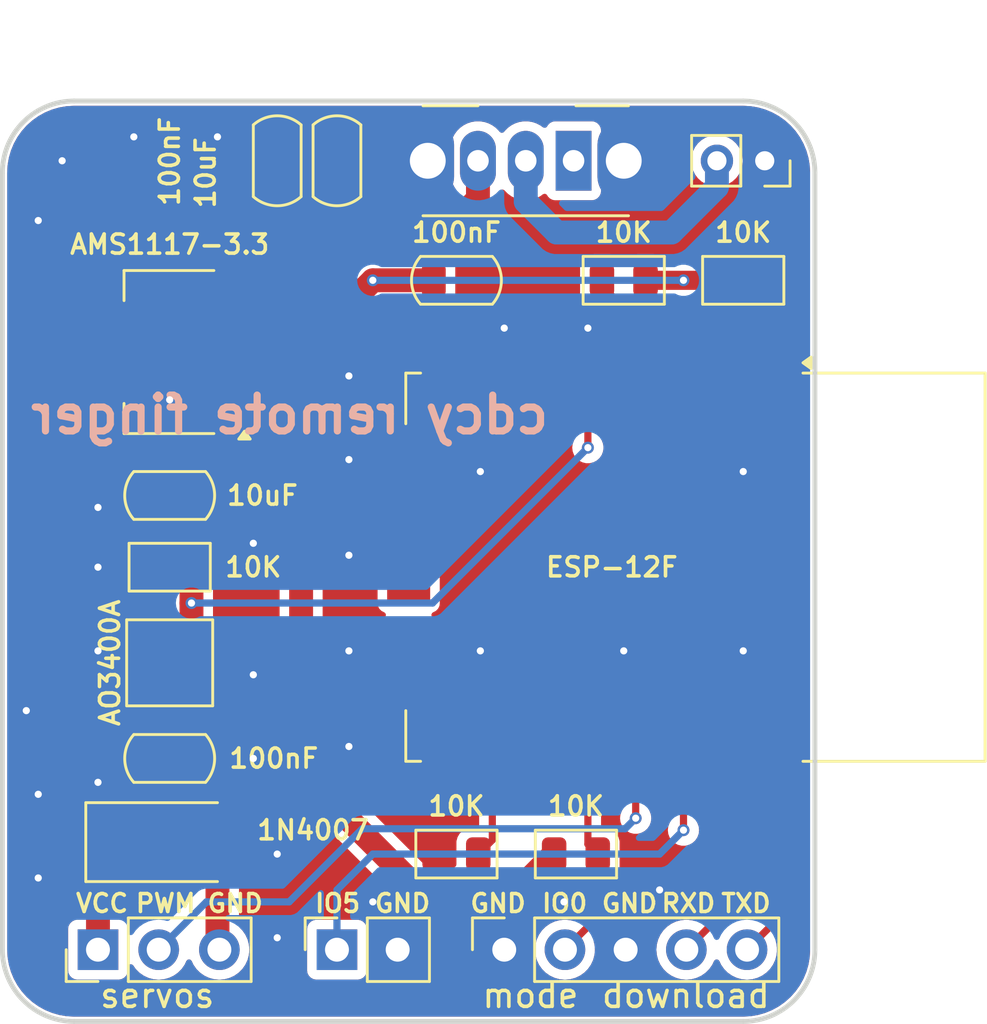
<source format=kicad_pcb>
(kicad_pcb (version 20240108) (generator "pcbnew") (generator_version "8.0")
  (layers (0 "F.Cu" signal) (31 "B.Cu" signal) (34 "B.Paste" user) (35 "F.Paste" user) (36 "B.SilkS" user "B.Silkscreen") (37 "F.SilkS" user "F.Silkscreen") (38 "B.Mask" user) (39 "F.Mask" user) (44 "Edge.Cuts" user))
  (net 0 "")
  (net 1 "VBUS")
  (net 2 "GND")
  (net 3 "+3.3V")
  (net 4 "Net-(D1-A)")
  (net 5 "+BATT")
  (net 6 "/GPIO4")
  (net 7 "/RXD")
  (net 8 "/TXD")
  (net 9 "/GPIO0")
  (net 10 "/GPIO5")
  (net 11 "/SERVOS_EN")
  (net 12 "/#RST")
  (net 13 "/EN")
  (net 14 "Net-(U2-GPIO15)")
  (footprint "PCM_Capacitor_SMD_AKL:C_0805_2012Metric" (layer "F.Cu") (at 90 88 180)
    (property "Reference" "C6" (hide yes))
    (property "Value" "100nF" (at 0 2 360) (layer "F.SilkS") (effects (font (size 0.8 0.8))))
    (fp_line (start 1.5 -1) (end -1.5 -1) (stroke (width 0.12)) (layer "F.SilkS"))
    (fp_line (start -1.5 1) (end 1.5 1) (stroke (width 0.12)) (layer "F.SilkS"))
    (fp_arc (start 1.5 -1) (mid 1.880894 0) (end 1.5 1) (stroke (width 0.12)) (layer "F.SilkS"))
    (fp_arc (start -1.5 1) (mid -1.880894 0) (end -1.5 -1) (stroke (width 0.12)) (layer "F.SilkS"))
    (pad "1" smd roundrect (at -0.95 0 180) (size 1 1.45) (layers "F.Cu" "F.Paste" "F.Mask") (net 2 "GND"))
    (pad "2" smd roundrect (at 0.95 0 180) (size 1 1.45) (layers "F.Cu" "F.Paste" "F.Mask") (net 3 "+3.3V"))
  )
  (footprint "PCM_Resistor_SMD_AKL:R_0805_2012Metric" (layer "F.Cu") (at 90 112 180)
    (property "Reference" "R6" (hide yes))
    (property "Value" "10K" (at 0 2 360) (layer "F.SilkS") (effects (font (size 0.8 0.8))))
    (fp_line (start 1.7 1) (end 1.7 -1) (stroke (width 0.12)) (layer "F.SilkS"))
    (fp_line (start 1.7 -1) (end -1.7 -1) (stroke (width 0.12)) (layer "F.SilkS"))
    (fp_line (start -1.7 1) (end 1.7 1) (stroke (width 0.12)) (layer "F.SilkS"))
    (fp_line (start -1.7 -1) (end -1.7 1) (stroke (width 0.12)) (layer "F.SilkS"))
    (pad "1" smd roundrect (at -0.9125 0 180) (size 1.025 1.4) (layers "F.Cu" "F.Paste" "F.Mask") (roundrect_rratio 0.243902) (net 14 "Net-(U2-GPIO15)"))
    (pad "2" smd roundrect (at 0.9125 0 180) (size 1.025 1.4) (layers "F.Cu" "F.Paste" "F.Mask") (roundrect_rratio 0.243902) (net 2 "GND"))
  )
  (footprint "PCM_Capacitor_SMD_AKL:C_0805_2012Metric" (layer "F.Cu") (at 85 83 -90)
    (property "Reference" "C1" (hide yes))
    (property "Value" "10uF" (at 0.5 5.5 -90) (layer "F.SilkS") (effects (font (size 0.8 0.8))))
    (fp_line (start -1.5 1) (end 1.5 1) (stroke (width 0.12)) (layer "F.SilkS"))
    (fp_line (start 1.5 -1) (end -1.5 -1) (stroke (width 0.12)) (layer "F.SilkS"))
    (fp_arc (start -1.5 1) (mid -1.880894 0) (end -1.5 -1) (stroke (width 0.12)) (layer "F.SilkS"))
    (fp_arc (start 1.5 -1) (mid 1.880894 0) (end 1.5 1) (stroke (width 0.12)) (layer "F.SilkS"))
    (pad "1" smd roundrect (at -0.95 0 270) (size 1 1.45) (layers "F.Cu" "F.Paste" "F.Mask") (net 2 "GND"))
    (pad "2" smd roundrect (at 0.95 0 270) (size 1 1.45) (layers "F.Cu" "F.Paste" "F.Mask") (net 1 "VBUS"))
  )
  (footprint "PCM_Resistor_SMD_AKL:R_0805_2012Metric" (layer "F.Cu") (at 102 88)
    (property "Reference" "R2" (hide yes))
    (property "Value" "10K" (at 0 -2 360) (layer "F.SilkS") (effects (font (size 0.8 0.8))))
    (fp_line (start -1.7 -1) (end -1.7 1) (stroke (width 0.12)) (layer "F.SilkS"))
    (fp_line (start -1.7 1) (end 1.7 1) (stroke (width 0.12)) (layer "F.SilkS"))
    (fp_line (start 1.7 -1) (end -1.7 -1) (stroke (width 0.12)) (layer "F.SilkS"))
    (fp_line (start 1.7 1) (end 1.7 -1) (stroke (width 0.12)) (layer "F.SilkS"))
    (pad "1" smd roundrect (at -0.9125 0) (size 1.025 1.4) (layers "F.Cu" "F.Paste" "F.Mask") (roundrect_rratio 0.243902) (net 3 "+3.3V"))
    (pad "2" smd roundrect (at 0.9125 0) (size 1.025 1.4) (layers "F.Cu" "F.Paste" "F.Mask") (roundrect_rratio 0.243902) (net 12 "/#RST"))
  )
  (footprint "Connector_PinHeader_2.54mm:PinHeader_1x03_P2.54mm_Vertical" (layer "F.Cu") (at 75 116 90)
    (property "Reference" "J2" (hide yes))
    (property "Value" "PINHD_1x3_Male" (hide yes))
    (fp_line (start -1.33 -1.33) (end 0 -1.33) (stroke (width 0.12)) (layer "F.SilkS"))
    (fp_line (start -1.33 0) (end -1.33 -1.33) (stroke (width 0.12)) (layer "F.SilkS"))
    (fp_line (start 1.33 1.27) (end 1.33 6.41) (stroke (width 0.12)) (layer "F.SilkS"))
    (fp_line (start -1.33 1.27) (end 1.33 1.27) (stroke (width 0.12)) (layer "F.SilkS"))
    (fp_line (start -1.33 1.27) (end -1.33 6.41) (stroke (width 0.12)) (layer "F.SilkS"))
    (fp_line (start -1.33 6.41) (end 1.33 6.41) (stroke (width 0.12)) (layer "F.SilkS"))
    (pad "1" thru_hole rect (at 0 0 90) (size 1.7 1.7) (drill 1) (layers "*.Cu" "*.Mask") (net 1 "VBUS"))
    (pad "2" thru_hole oval (at 0 2.54 90) (size 1.7 1.7) (drill 1) (layers "*.Cu" "*.Mask") (net 6 "/GPIO4"))
    (pad "3" thru_hole oval (at 0 5.08 90) (size 1.7 1.7) (drill 1) (layers "*.Cu" "*.Mask") (net 4 "Net-(D1-A)"))
  )
  (footprint "PCM_Capacitor_SMD_AKL:C_0805_2012Metric" (layer "F.Cu") (at 78 108 180)
    (property "Reference" "C7" (hide yes))
    (property "Value" "100nF" (at -4.357143 0 360) (layer "F.SilkS") (effects (font (size 0.8 0.8))))
    (fp_line (start 1.5 -1) (end -1.5 -1) (stroke (width 0.12)) (layer "F.SilkS"))
    (fp_line (start -1.5 1) (end 1.5 1) (stroke (width 0.12)) (layer "F.SilkS"))
    (fp_arc (start 1.5 -1) (mid 1.880894 0) (end 1.5 1) (stroke (width 0.12)) (layer "F.SilkS"))
    (fp_arc (start -1.5 1) (mid -1.880894 0) (end -1.5 -1) (stroke (width 0.12)) (layer "F.SilkS"))
    (pad "1" smd roundrect (at -0.95 0 180) (size 1 1.45) (layers "F.Cu" "F.Paste" "F.Mask") (net 4 "Net-(D1-A)"))
    (pad "2" smd roundrect (at 0.95 0 180) (size 1 1.45) (layers "F.Cu" "F.Paste" "F.Mask") (net 1 "VBUS"))
  )
  (footprint "PCM_Resistor_SMD_AKL:R_0805_2012Metric" (layer "F.Cu") (at 78 100)
    (property "Reference" "R5" (hide yes))
    (property "Value" "10K" (at 3.5 0 0) (layer "F.SilkS") (effects (font (size 0.8 0.8))))
    (fp_line (start -1.7 -1) (end -1.7 1) (stroke (width 0.12)) (layer "F.SilkS"))
    (fp_line (start -1.7 1) (end 1.7 1) (stroke (width 0.12)) (layer "F.SilkS"))
    (fp_line (start 1.7 -1) (end -1.7 -1) (stroke (width 0.12)) (layer "F.SilkS"))
    (fp_line (start 1.7 1) (end 1.7 -1) (stroke (width 0.12)) (layer "F.SilkS"))
    (pad "1" smd roundrect (at -0.9125 0) (size 1.025 1.4) (layers "F.Cu" "F.Paste" "F.Mask") (roundrect_rratio 0.243902) (net 2 "GND"))
    (pad "2" smd roundrect (at 0.9125 0) (size 1.025 1.4) (layers "F.Cu" "F.Paste" "F.Mask") (roundrect_rratio 0.243902) (net 11 "/SERVOS_EN"))
  )
  (footprint "PCM_Capacitor_SMD_AKL:C_0805_2012Metric" (layer "F.Cu") (at 78 97 180)
    (property "Reference" "C3" (hide yes))
    (property "Value" "10uF" (at -3.880952 0 360) (layer "F.SilkS") (effects (font (size 0.8 0.8))))
    (fp_line (start 1.5 -1) (end -1.5 -1) (stroke (width 0.12)) (layer "F.SilkS"))
    (fp_line (start -1.5 1) (end 1.5 1) (stroke (width 0.12)) (layer "F.SilkS"))
    (fp_arc (start 1.5 -1) (mid 1.880894 0) (end 1.5 1) (stroke (width 0.12)) (layer "F.SilkS"))
    (fp_arc (start -1.5 1) (mid -1.880894 0) (end -1.5 -1) (stroke (width 0.12)) (layer "F.SilkS"))
    (pad "1" smd roundrect (at -0.95 0 180) (size 1 1.45) (layers "F.Cu" "F.Paste" "F.Mask") (net 2 "GND"))
    (pad "2" smd roundrect (at 0.95 0 180) (size 1 1.45) (layers "F.Cu" "F.Paste" "F.Mask") (net 3 "+3.3V"))
  )
  (footprint "PCM_Resistor_SMD_AKL:R_0805_2012Metric" (layer "F.Cu") (at 97 88 180)
    (property "Reference" "R4" (hide yes))
    (property "Value" "10K" (at 0 2 360) (layer "F.SilkS") (effects (font (size 0.8 0.8))))
    (fp_line (start 1.7 1) (end 1.7 -1) (stroke (width 0.12)) (layer "F.SilkS"))
    (fp_line (start 1.7 -1) (end -1.7 -1) (stroke (width 0.12)) (layer "F.SilkS"))
    (fp_line (start -1.7 1) (end 1.7 1) (stroke (width 0.12)) (layer "F.SilkS"))
    (fp_line (start -1.7 -1) (end -1.7 1) (stroke (width 0.12)) (layer "F.SilkS"))
    (pad "1" smd roundrect (at -0.9125 0 180) (size 1.025 1.4) (layers "F.Cu" "F.Paste" "F.Mask") (roundrect_rratio 0.243902) (net 3 "+3.3V"))
    (pad "2" smd roundrect (at 0.9125 0 180) (size 1.025 1.4) (layers "F.Cu" "F.Paste" "F.Mask") (roundrect_rratio 0.243902) (net 13 "/EN"))
  )
  (footprint "Diode_SMD:D_SMA" (layer "F.Cu") (at 78 111.5)
    (property "Reference" "D1" (hide yes))
    (property "Value" "1N4007" (at 6 -0.5 0) (layer "F.SilkS") (effects (font (size 0.8 0.8))))
    (fp_line (start -3.51 -1.65) (end -3.51 1.65) (stroke (width 0.12)) (layer "F.SilkS"))
    (fp_line (start -3.51 -1.65) (end 2 -1.65) (stroke (width 0.12)) (layer "F.SilkS"))
    (fp_line (start -3.51 1.65) (end 2 1.65) (stroke (width 0.12)) (layer "F.SilkS"))
    (pad "1" smd roundrect (at -2 0) (size 2.5 1.8) (layers "F.Cu" "F.Paste" "F.Mask") (roundrect_rratio 0.1388888889) (net 1 "VBUS"))
    (pad "2" smd roundrect (at 2 0) (size 2.5 1.8) (layers "F.Cu" "F.Paste" "F.Mask") (roundrect_rratio 0.1388888889) (net 4 "Net-(D1-A)"))
  )
  (footprint "Package_TO_SOT_SMD:SOT-223-3_TabPin2" (layer "F.Cu") (at 78 91 180)
    (property "Reference" "U1" (hide yes))
    (property "Value" "AMS1117-3.3" (at 0 4.5 360) (layer "F.SilkS") (effects (font (size 0.8 0.8))))
    (fp_line (start 1.91 3.41) (end 1.91 2.15) (stroke (width 0.12)) (layer "F.SilkS"))
    (fp_line (start 1.91 -3.41) (end 1.91 -2.15) (stroke (width 0.12)) (layer "F.SilkS"))
    (fp_line (start -1.85 3.41) (end 1.91 3.41) (stroke (width 0.12)) (layer "F.SilkS"))
    (fp_line (start -1.85 -3.41) (end 1.91 -3.41) (stroke (width 0.12)) (layer "F.SilkS"))
    (fp_poly (pts (xy -3.13 -3.31) (xy -3.37 -3.64) (xy -2.89 -3.64) (xy -3.13 -3.31)) (stroke (width 0.12)) (fill solid) (layer "F.SilkS"))
    (pad "1" smd roundrect (at -3.15 -2.3 180) (size 2 1.5) (layers "F.Cu" "F.Paste" "F.Mask") (net 2 "GND"))
    (pad "2" smd roundrect (at -3.15 0 180) (size 2 1.5) (layers "F.Cu" "F.Paste" "F.Mask") (net 3 "+3.3V"))
    (pad "2" smd roundrect (at 3.15 0 180) (size 2 3.8) (layers "F.Cu" "F.Paste" "F.Mask") (net 3 "+3.3V"))
    (pad "3" smd roundrect (at -3.15 2.3 180) (size 2 1.5) (layers "F.Cu" "F.Paste" "F.Mask") (net 1 "VBUS"))
  )
  (footprint "Connector_PinSocket_2.54mm:PinSocket_1x05_P2.54mm_Vertical" (layer "F.Cu") (at 92 116 90)
    (property "Reference" "J3" (hide yes))
    (property "Value" "PINHD_1x5_Female" (hide yes))
    (fp_line (start 1.33 -1.33) (end 1.33 0) (stroke (width 0.12)) (layer "F.SilkS"))
    (fp_line (start 0 -1.33) (end 1.33 -1.33) (stroke (width 0.12)) (layer "F.SilkS"))
    (fp_line (start 1.33 1.27) (end 1.33 11.49) (stroke (width 0.12)) (layer "F.SilkS"))
    (fp_line (start -1.33 1.27) (end 1.33 1.27) (stroke (width 0.12)) (layer "F.SilkS"))
    (fp_line (start -1.33 1.27) (end -1.33 11.49) (stroke (width 0.12)) (layer "F.SilkS"))
    (fp_line (start -1.33 11.49) (end 1.33 11.49) (stroke (width 0.12)) (layer "F.SilkS"))
    (pad "1" thru_hole rect (at 0 0 90) (size 1.7 1.7) (drill 1) (layers "*.Cu" "*.Mask") (net 2 "GND"))
    (pad "2" thru_hole oval (at 0 2.54 90) (size 1.7 1.7) (drill 1) (layers "*.Cu" "*.Mask") (net 9 "/GPIO0"))
    (pad "3" thru_hole oval (at 0 5.08 90) (size 1.7 1.7) (drill 1) (layers "*.Cu" "*.Mask") (net 2 "GND"))
    (pad "4" thru_hole oval (at 0 7.62 90) (size 1.7 1.7) (drill 1) (layers "*.Cu" "*.Mask") (net 7 "/RXD"))
    (pad "5" thru_hole oval (at 0 10.16 90) (size 1.7 1.7) (drill 1) (layers "*.Cu" "*.Mask") (net 8 "/TXD"))
  )
  (footprint "Connector_PinSocket_2.00mm:PinSocket_1x02_P2.00mm_Vertical" (layer "F.Cu") (at 102.9 83 -90)
    (property "Reference" "J1" (hide yes))
    (property "Value" "PINHD_1x2_Female" (hide yes))
    (fp_line (start -1.06 3.06) (end 1.06 3.06) (stroke (width 0.12)) (layer "F.SilkS"))
    (fp_line (start -1.06 1) (end -1.06 3.06) (stroke (width 0.12)) (layer "F.SilkS"))
    (fp_line (start -1.06 1) (end 1.06 1) (stroke (width 0.12)) (layer "F.SilkS"))
    (fp_line (start 1.06 1) (end 1.06 3.06) (stroke (width 0.12)) (layer "F.SilkS"))
    (fp_line (start 0 -1.06) (end 1.06 -1.06) (stroke (width 0.12)) (layer "F.SilkS"))
    (fp_line (start 1.06 -1.06) (end 1.06 0) (stroke (width 0.12)) (layer "F.SilkS"))
    (pad "1" thru_hole rect (at 0 0 270) (size 1.35 1.35) (drill 0.8) (layers "*.Cu" "*.Mask") (net 2 "GND"))
    (pad "2" thru_hole oval (at 0 2 270) (size 1.35 1.35) (drill 0.8) (layers "*.Cu" "*.Mask") (net 5 "+BATT"))
  )
  (footprint "RF_Module:ESP-12E" (layer "F.Cu") (at 100 100 -90)
    (property "Reference" "U2" (hide yes))
    (property "Value" "ESP-12F" (at 0 3.5 180) (layer "F.SilkS") (effects (font (size 0.8 0.8))))
    (fp_line (start -8.12 12.12) (end -8.12 11.5) (stroke (width 0.12)) (layer "F.SilkS"))
    (fp_line (start -6 12.12) (end -8.12 12.12) (stroke (width 0.12)) (layer "F.SilkS"))
    (fp_line (start 8.12 12.12) (end 6 12.12) (stroke (width 0.12)) (layer "F.SilkS"))
    (fp_line (start 8.12 11.5) (end 8.12 12.12) (stroke (width 0.12)) (layer "F.SilkS"))
    (fp_line (start -8.12 -4.5) (end -8.12 -12.12) (stroke (width 0.12)) (layer "F.SilkS"))
    (fp_line (start -8.12 -12.12) (end 8.12 -12.12) (stroke (width 0.12)) (layer "F.SilkS"))
    (fp_line (start 8.12 -12.12) (end 8.12 -4.5) (stroke (width 0.12)) (layer "F.SilkS"))
    (fp_poly (pts (xy -8.55 -4.5) (xy -8.79 -4.836) (xy -8.31 -4.836) (xy -8.55 -4.5)) (stroke (width 0.12)) (fill solid) (layer "F.SilkS"))
    (pad "1" smd rect (at -7.6 -3.5 270) (size 2.5 1) (layers "F.Cu" "F.Paste" "F.Mask") (net 12 "/#RST"))
    (pad "2" smd rect (at -7.6 -1.5 270) (size 2.5 1) (layers "F.Cu" "F.Paste" "F.Mask"))
    (pad "3" smd rect (at -7.6 0.5 270) (size 2.5 1) (layers "F.Cu" "F.Paste" "F.Mask") (net 13 "/EN"))
    (pad "4" smd rect (at -7.6 2.5 270) (size 2.5 1) (layers "F.Cu" "F.Paste" "F.Mask"))
    (pad "5" smd rect (at -7.6 4.5 270) (size 2.5 1) (layers "F.Cu" "F.Paste" "F.Mask") (net 11 "/SERVOS_EN"))
    (pad "6" smd rect (at -7.6 6.5 270) (size 2.5 1) (layers "F.Cu" "F.Paste" "F.Mask"))
    (pad "7" smd rect (at -7.6 8.5 270) (size 2.5 1) (layers "F.Cu" "F.Paste" "F.Mask"))
    (pad "8" smd rect (at -7.6 10.5 270) (size 2.5 1) (layers "F.Cu" "F.Paste" "F.Mask") (net 3 "+3.3V"))
    (pad "9" smd rect (at -5 12 270) (size 1 1.8) (layers "F.Cu" "F.Paste" "F.Mask"))
    (pad "10" smd rect (at -3 12 270) (size 1 1.8) (layers "F.Cu" "F.Paste" "F.Mask"))
    (pad "11" smd rect (at -1 12 270) (size 1 1.8) (layers "F.Cu" "F.Paste" "F.Mask"))
    (pad "12" smd rect (at 1 12 270) (size 1 1.8) (layers "F.Cu" "F.Paste" "F.Mask"))
    (pad "13" smd rect (at 3 12 270) (size 1 1.8) (layers "F.Cu" "F.Paste" "F.Mask"))
    (pad "14" smd rect (at 5 12 270) (size 1 1.8) (layers "F.Cu" "F.Paste" "F.Mask"))
    (pad "15" smd rect (at 7.6 10.5 270) (size 2.5 1) (layers "F.Cu" "F.Paste" "F.Mask") (net 2 "GND"))
    (pad "16" smd rect (at 7.6 8.5 270) (size 2.5 1) (layers "F.Cu" "F.Paste" "F.Mask") (net 14 "Net-(U2-GPIO15)"))
    (pad "17" smd rect (at 7.6 6.5 270) (size 2.5 1) (layers "F.Cu" "F.Paste" "F.Mask"))
    (pad "18" smd rect (at 7.6 4.5 270) (size 2.5 1) (layers "F.Cu" "F.Paste" "F.Mask") (net 9 "/GPIO0"))
    (pad "19" smd rect (at 7.6 2.5 270) (size 2.5 1) (layers "F.Cu" "F.Paste" "F.Mask") (net 6 "/GPIO4"))
    (pad "20" smd rect (at 7.6 0.5 270) (size 2.5 1) (layers "F.Cu" "F.Paste" "F.Mask") (net 10 "/GPIO5"))
    (pad "21" smd rect (at 7.6 -1.5 270) (size 2.5 1) (layers "F.Cu" "F.Paste" "F.Mask") (net 7 "/RXD"))
    (pad "22" smd rect (at 7.6 -3.5 270) (size 2.5 1) (layers "F.Cu" "F.Paste" "F.Mask") (net 8 "/TXD"))
    (zone (net 0) (net_name "") (layers "*.Cu") (connect_pads (clearance 0)) (min_thickness 0.254)
      (keepout (tracks not_allowed) (vias not_allowed) (pads not_allowed) (copperpour not_allowed) (footprints not_allowed))
      (fill (thermal_gap 0.508) (thermal_bridge_width 0.508))
      (polygon (pts (xy 104.8 91.88) (xy 104.8 108.12) (xy 112.12 108.12) (xy 112.12 91.88)))
    )
  )
  (footprint "Button_Switch_THT:SW_Slide_SPDT_Angled_CK_OS102011MA1Q" (layer "F.Cu") (at 94.9 83 180)
    (property "Reference" "SW1" (hide yes))
    (property "Value" "SW_SPDT" (hide yes))
    (fp_line (start 4 2.3) (end 6.3 2.3) (stroke (width 0.12)) (layer "F.SilkS"))
    (fp_line (start -2.3 2.3) (end -0.1 2.3) (stroke (width 0.12)) (layer "F.SilkS"))
    (fp_line (start -2.3 -2.3) (end 6.3 -2.3) (stroke (width 0.12)) (layer "F.SilkS"))
    (pad "" thru_hole oval (at -2.1 0 180) (size 2.2 3.5) (drill 1.5) (layers "*.Cu" "*.Mask") (net 2 "GND"))
    (pad "" thru_hole oval (at 6.1 0 180) (size 2.2 3.5) (drill 1.5) (layers "*.Cu" "*.Mask") (net 2 "GND"))
    (pad "1" thru_hole rect (at 0 0 180) (size 1.5 2.5) (drill 0.9) (layers "*.Cu" "*.Mask"))
    (pad "2" thru_hole oval (at 2 0 180) (size 1.5 2.5) (drill 0.9) (layers "*.Cu" "*.Mask") (net 5 "+BATT"))
    (pad "3" thru_hole oval (at 4 0 180) (size 1.5 2.5) (drill 0.9) (layers "*.Cu" "*.Mask") (net 1 "VBUS"))
  )
  (footprint "PCM_Resistor_SMD_AKL:R_0805_2012Metric" (layer "F.Cu") (at 95 112 180)
    (property "Reference" "R3" (hide yes))
    (property "Value" "10K" (at 0 2 360) (layer "F.SilkS") (effects (font (size 0.8 0.8))))
    (fp_line (start 1.7 1) (end 1.7 -1) (stroke (width 0.12)) (layer "F.SilkS"))
    (fp_line (start 1.7 -1) (end -1.7 -1) (stroke (width 0.12)) (layer "F.SilkS"))
    (fp_line (start -1.7 1) (end 1.7 1) (stroke (width 0.12)) (layer "F.SilkS"))
    (fp_line (start -1.7 -1) (end -1.7 1) (stroke (width 0.12)) (layer "F.SilkS"))
    (pad "1" smd roundrect (at -0.9125 0 180) (size 1.025 1.4) (layers "F.Cu" "F.Paste" "F.Mask") (roundrect_rratio 0.243902) (net 9 "/GPIO0"))
    (pad "2" smd roundrect (at 0.9125 0 180) (size 1.025 1.4) (layers "F.Cu" "F.Paste" "F.Mask") (roundrect_rratio 0.243902) (net 3 "+3.3V"))
  )
  (footprint "Connector_PinSocket_2.54mm:PinSocket_1x02_P2.54mm_Vertical" (layer "F.Cu") (at 85 116 90)
    (property "Reference" "J4" (hide yes))
    (property "Value" "PINHD_1x2_Female" (hide yes))
    (fp_line (start 1.33 -1.33) (end 1.33 0) (stroke (width 0.12)) (layer "F.SilkS"))
    (fp_line (start 0 -1.33) (end 1.33 -1.33) (stroke (width 0.12)) (layer "F.SilkS"))
    (fp_line (start 1.33 1.27) (end 1.33 3.87) (stroke (width 0.12)) (layer "F.SilkS"))
    (fp_line (start -1.33 1.27) (end 1.33 1.27) (stroke (width 0.12)) (layer "F.SilkS"))
    (fp_line (start -1.33 1.27) (end -1.33 3.87) (stroke (width 0.12)) (layer "F.SilkS"))
    (fp_line (start -1.33 3.87) (end 1.33 3.87) (stroke (width 0.12)) (layer "F.SilkS"))
    (pad "1" thru_hole rect (at 0 0 90) (size 1.7 1.7) (drill 1) (layers "*.Cu" "*.Mask") (net 10 "/GPIO5"))
    (pad "2" thru_hole oval (at 0 2.54 90) (size 1.7 1.7) (drill 1) (layers "*.Cu" "*.Mask") (net 2 "GND"))
  )
  (footprint "PCM_Package_TO_SOT_SMD_AKL:SOT-23" (layer "F.Cu") (at 78 104 -90)
    (property "Reference" "Q1" (hide yes))
    (property "Value" "AO3400A" (at 0 2.5 -90) (layer "F.SilkS") (effects (font (size 0.8 0.8))))
    (fp_line (start -1.8 1.8) (end 1.8 1.8) (stroke (width 0.12)) (layer "F.SilkS"))
    (fp_line (start 1.8 1.8) (end 1.8 -1.8) (stroke (width 0.12)) (layer "F.SilkS"))
    (fp_line (start -1.8 -1.8) (end -1.8 1.8) (stroke (width 0.12)) (layer "F.SilkS"))
    (fp_line (start 1.8 -1.8) (end -1.8 -1.8) (stroke (width 0.12)) (layer "F.SilkS"))
    (pad "1" smd roundrect (at -1 -0.95 270) (size 0.9 0.8) (layers "F.Cu" "F.Paste" "F.Mask") (net 11 "/SERVOS_EN"))
    (pad "2" smd roundrect (at -1 0.95 270) (size 0.9 0.8) (layers "F.Cu" "F.Paste" "F.Mask") (net 2 "GND"))
    (pad "3" smd roundrect (at 1 0 270) (size 0.9 0.8) (layers "F.Cu" "F.Paste" "F.Mask") (net 4 "Net-(D1-A)"))
  )
  (footprint "PCM_Capacitor_SMD_AKL:C_0805_2012Metric" (layer "F.Cu") (at 82.5 83 -90)
    (property "Reference" "C2" (hide yes))
    (property "Value" "100nF" (at 0.023809 4.5 -90) (layer "F.SilkS") (effects (font (size 0.8 0.8))))
    (fp_line (start -1.5 1) (end 1.5 1) (stroke (width 0.12)) (layer "F.SilkS"))
    (fp_line (start 1.5 -1) (end -1.5 -1) (stroke (width 0.12)) (layer "F.SilkS"))
    (fp_arc (start -1.5 1) (mid -1.880894 0) (end -1.5 -1) (stroke (width 0.12)) (layer "F.SilkS"))
    (fp_arc (start 1.5 -1) (mid 1.880894 0) (end 1.5 1) (stroke (width 0.12)) (layer "F.SilkS"))
    (pad "1" smd roundrect (at -0.95 0 270) (size 1 1.45) (layers "F.Cu" "F.Paste" "F.Mask") (net 2 "GND"))
    (pad "2" smd roundrect (at 0.95 0 270) (size 1 1.45) (layers "F.Cu" "F.Paste" "F.Mask") (net 1 "VBUS"))
  )
  (gr_arc (start 105 116) (mid 104.12132 118.12132) (end 102 119) (stroke (width 0.2)) (layer "Edge.Cuts"))
  (gr_arc (start 74 119) (mid 71.87868 118.12132) (end 71 116) (stroke (width 0.2)) (layer "Edge.Cuts"))
  (gr_arc (start 102 80.5) (mid 104.12132 81.37868) (end 105 83.5) (stroke (width 0.2)) (layer "Edge.Cuts"))
  (gr_arc (start 71 83.5) (mid 71.87868 81.37868) (end 74 80.5) (stroke (width 0.2)) (layer "Edge.Cuts"))
  (gr_line (start 74 80.5) (end 102 80.5) (stroke (width 0.2)) (layer "Edge.Cuts"))
  (gr_line (start 102 119) (end 74 119) (stroke (width 0.2)) (layer "Edge.Cuts"))
  (gr_line (start 71 116) (end 71 83.5) (stroke (width 0.2)) (layer "Edge.Cuts"))
  (gr_line (start 105 83.5) (end 105 116) (stroke (width 0.2)) (layer "Edge.Cuts"))
  (gr_text "cdcy remote finger" (at 94 94.5 0) (layer "B.SilkS") (effects (font (size 1.5 1.5) (thickness 0.3) (bold yes)) (justify left bottom mirror)))
  (gr_text "GND" (at 86.5 114.5 0) (layer "F.SilkS") (effects (font (size 0.75 0.75)) (justify left bottom)))
  (gr_text "RXD\n" (at 98.5 114.5 0) (layer "F.SilkS") (effects (font (size 0.75 0.75)) (justify left bottom)))
  (gr_text "PWM" (at 76.5 114.5 0) (layer "F.SilkS") (effects (font (size 0.75 0.75)) (justify left bottom)))
  (gr_text "GND" (at 79.5 114.5 0) (layer "F.SilkS") (effects (font (size 0.75 0.75)) (justify left bottom)))
  (gr_text "download" (at 96 118.5 0) (layer "F.SilkS") (effects (font (size 1 1)) (justify left bottom)))
  (gr_text "GND" (at 96 114.5 0) (layer "F.SilkS") (effects (font (size 0.75 0.75)) (justify left bottom)))
  (gr_text "servos" (at 75 118.5 0) (layer "F.SilkS") (effects (font (size 1 1)) (justify left bottom)))
  (gr_text "TXD" (at 101 114.5 0) (layer "F.SilkS") (effects (font (size 0.75 0.75)) (justify left bottom)))
  (gr_text "VCC" (at 74 114.5 0) (layer "F.SilkS") (effects (font (size 0.75 0.75)) (justify left bottom)))
  (gr_text "GND" (at 90.5 114.5 0) (layer "F.SilkS") (effects (font (size 0.75 0.75)) (justify left bottom)))
  (gr_text "IO5" (at 84 114.5 0) (layer "F.SilkS") (effects (font (size 0.75 0.75)) (justify left bottom)))
  (gr_text "IO0\n" (at 93.5 114.5 0) (layer "F.SilkS") (effects (font (size 0.75 0.75)) (justify left bottom)))
  (gr_text "mode" (at 91 118.5 0) (layer "F.SilkS") (effects (font (size 1 1)) (justify left bottom)))
  (segment (start 90.9 84.6) (end 90.9 83) (width 1) (layer "F.Cu") (net 1))
  (segment (start 85 83.95) (end 87.05 86) (width 1) (layer "F.Cu") (net 1))
  (segment (start 72.5 88.5) (end 72.5 103.45) (width 1) (layer "F.Cu") (net 1))
  (segment (start 77.05 110.45) (end 76 111.5) (width 1) (layer "F.Cu") (net 1))
  (segment (start 81.15 88.7) (end 81.15 84.275) (width 1) (layer "F.Cu") (net 1))
  (segment (start 81.475 83.95) (end 82.5 83.95) (width 1) (layer "F.Cu") (net 1))
  (segment (start 75 116) (end 75 112.5) (width 1) (layer "F.Cu") (net 1))
  (segment (start 77.05 108) (end 77.05 110.45) (width 1) (layer "F.Cu") (net 1))
  (segment (start 75 112.5) (end 76 111.5) (width 1) (layer "F.Cu") (net 1))
  (segment (start 81.15 84.275) (end 81.475 83.95) (width 1) (layer "F.Cu") (net 1))
  (segment (start 72.5 103.45) (end 77.05 108) (width 1) (layer "F.Cu") (net 1))
  (segment (start 82.5 83.95) (end 85 83.95) (width 1) (layer "F.Cu") (net 1))
  (segment (start 87.05 86) (end 89.5 86) (width 1) (layer "F.Cu") (net 1))
  (segment (start 82.5 83.95) (end 77.05 83.95) (width 1) (layer "F.Cu") (net 1))
  (segment (start 89.5 86) (end 90.9 84.6) (width 1) (layer "F.Cu") (net 1))
  (segment (start 77.05 83.95) (end 72.5 88.5) (width 1) (layer "F.Cu") (net 1))
  (segment (start 77.0875 102.9625) (end 77.05 103) (width 1) (layer "F.Cu") (net 2))
  (segment (start 87.54 116) (end 92 116) (width 0.8) (layer "F.Cu") (net 2))
  (segment (start 77.0875 100) (end 77.0875 102.9625) (width 1) (layer "F.Cu") (net 2))
  (segment (start 90.95 88) (end 92.95 86) (width 0.8) (layer "F.Cu") (net 2))
  (segment (start 97 83) (end 97 86) (width 0.8) (layer "F.Cu") (net 2))
  (segment (start 78.95 95.5) (end 81.15 93.3) (width 1) (layer "F.Cu") (net 2))
  (segment (start 89.5 107.6) (end 89.5 111.5875) (width 0.8) (layer "F.Cu") (net 2))
  (segment (start 78.95 97.814716) (end 77.0875 99.677216) (width 1) (layer "F.Cu") (net 2))
  (segment (start 87.85 82.05) (end 88.8 83) (width 1) (layer "F.Cu") (net 2))
  (segment (start 92.95 86) (end 97 86) (width 0.8) (layer "F.Cu") (net 2))
  (segment (start 85 82.05) (end 87.85 82.05) (width 1) (layer "F.Cu") (net 2))
  (segment (start 78.95 97) (end 78.95 95.5) (width 1) (layer "F.Cu") (net 2))
  (segment (start 78.95 97) (end 78.95 97.814716) (width 1) (layer "F.Cu") (net 2))
  (segment (start 77.0875 99.677216) (end 77.0875 100) (width 1) (layer "F.Cu") (net 2))
  (segment (start 100.5 86) (end 102.9 83.6) (width 0.8) (layer "F.Cu") (net 2))
  (segment (start 102.9 83.6) (end 102.9 83) (width 0.8) (layer "F.Cu") (net 2))
  (segment (start 89.5 111.5875) (end 89.0875 112) (width 0.8) (layer "F.Cu") (net 2))
  (segment (start 85 82.05) (end 82.5 82.05) (width 1) (layer "F.Cu") (net 2))
  (segment (start 97 86) (end 100.5 86) (width 0.8) (layer "F.Cu") (net 2))
  (via (at 75 109) (size 0.5) (drill 0.3) (layers "F.Cu" "B.Cu") (net 2))
  (via (at 75 100) (size 0.5) (drill 0.3) (layers "F.Cu" "B.Cu") (net 2))
  (via (at 81.5 108) (size 0.5) (drill 0.3) (layers "F.Cu" "B.Cu") (net 2))
  (via (at 73.5 83) (size 0.5) (drill 0.3) (layers "F.Cu" "B.Cu") (net 2))
  (via (at 85.5 99.5) (size 0.5) (drill 0.3) (layers "F.Cu" "B.Cu") (net 2))
  (via (at 92 90) (size 0.5) (drill 0.3) (layers "F.Cu" "B.Cu") (net 2))
  (via (at 72 106) (size 0.5) (drill 0.3) (layers "F.Cu" "B.Cu") (net 2))
  (via (at 72.5 109.5) (size 0.5) (drill 0.3) (layers "F.Cu" "B.Cu") (net 2))
  (via (at 94.5 114) (size 0.5) (drill 0.3) (layers "F.Cu" "B.Cu") (net 2))
  (via (at 72.5 113) (size 0.5) (drill 0.3) (layers "F.Cu" "B.Cu") (net 2))
  (via (at 85.5 92) (size 0.5) (drill 0.3) (layers "F.Cu" "B.Cu") (net 2))
  (via (at 97 103.5) (size 0.5) (drill 0.3) (layers "F.Cu" "B.Cu") (net 2))
  (via (at 81.5 99) (size 0.5) (drill 0.3) (layers "F.Cu" "B.Cu") (net 2))
  (via (at 81.5 104.5) (size 0.5) (drill 0.3) (layers "F.Cu" "B.Cu") (net 2))
  (via (at 76.5 82) (size 0.5) (drill 0.3) (layers "F.Cu" "B.Cu") (net 2))
  (via (at 72.5 85.5) (size 0.5) (drill 0.3) (layers "F.Cu" "B.Cu") (net 2))
  (via (at 78 93) (size 0.5) (drill 0.3) (layers "F.Cu" "B.Cu") (net 2))
  (via (at 85.5 95.5) (size 0.5) (drill 0.3) (layers "F.Cu" "B.Cu") (net 2))
  (via (at 95.5 90) (size 0.5) (drill 0.3) (layers "F.Cu" "B.Cu") (net 2))
  (via (at 98.5 113.5) (size 0.5) (drill 0.3) (layers "F.Cu" "B.Cu") (net 2))
  (via (at 86.5 114) (size 0.5) (drill 0.3) (layers "F.Cu" "B.Cu") (net 2))
  (via (at 75 103.5) (size 0.5) (drill 0.3) (layers "F.Cu" "B.Cu") (net 2))
  (via (at 75 97.5) (size 0.5) (drill 0.3) (layers "F.Cu" "B.Cu") (net 2))
  (via (at 102 96) (size 0.5) (drill 0.3) (layers "F.Cu" "B.Cu") (net 2))
  (via (at 85.5 107.5) (size 0.5) (drill 0.3) (layers "F.Cu" "B.Cu") (net 2))
  (via (at 102 103.5) (size 0.5) (drill 0.3) (layers "F.Cu" "B.Cu") (net 2))
  (via (at 82.5 115.5) (size 0.5) (drill 0.3) (layers "F.Cu" "B.Cu") (net 2))
  (via (at 80 82) (size 0.5) (drill 0.3) (layers "F.Cu" "B.Cu") (net 2))
  (via (at 85.5 103.5) (size 0.5) (drill 0.3) (layers "F.Cu" "B.Cu") (net 2))
  (via (at 82.5 112) (size 0.5) (drill 0.3) (layers "F.Cu" "B.Cu") (net 2))
  (via (at 91 103.5) (size 0.5) (drill 0.3) (layers "F.Cu" "B.Cu") (net 2))
  (via (at 91 96) (size 0.5) (drill 0.3) (layers "F.Cu" "B.Cu") (net 2))
  (segment (start 83.75 90.75) (end 86.5 88) (width 1) (layer "F.Cu") (net 3))
  (segment (start 83.5 91) (end 83.5 108.560284) (width 1) (layer "F.Cu") (net 3))
  (segment (start 81.15 91) (end 83.5 91) (width 1) (layer "F.Cu") (net 3))
  (segment (start 83.5 91) (end 83.75 90.75) (width 1) (layer "F.Cu") (net 3))
  (segment (start 74.85 91) (end 74.85 94.8) (width 1) (layer "F.Cu") (net 3))
  (segment (start 89.05 88) (end 89.05 91.95) (width 0.8) (layer "F.Cu") (net 3))
  (segment (start 101.0875 88) (end 97.9125 88) (width 0.8) (layer "F.Cu") (net 3))
  (segment (start 92.6275 113.46) (end 94.0875 112) (width 1) (layer "F.Cu") (net 3))
  (segment (start 88.399716 113.46) (end 92.6275 113.46) (width 1) (layer "F.Cu") (net 3))
  (segment (start 89.05 91.95) (end 89.5 92.4) (width 0.8) (layer "F.Cu") (net 3))
  (segment (start 81.15 91) (end 74.85 91) (width 1) (layer "F.Cu") (net 3))
  (segment (start 74.85 94.8) (end 77.05 97) (width 1) (layer "F.Cu") (net 3))
  (segment (start 86.5 88) (end 89.05 88) (width 1) (layer "F.Cu") (net 3))
  (segment (start 83.5 108.560284) (end 88.399716 113.46) (width 1) (layer "F.Cu") (net 3))
  (via (at 99.5 88) (size 0.5) (drill 0.3) (layers "F.Cu" "B.Cu") (net 3))
  (via (at 86.5 88) (size 0.5) (drill 0.3) (layers "F.Cu" "B.Cu") (net 3))
  (segment (start 86.5 88) (end 99.5 88) (width 0.3) (layer "B.Cu") (net 3))
  (segment (start 80 111.5) (end 80 109.05) (width 1) (layer "F.Cu") (net 4))
  (segment (start 80 109.05) (end 78.95 108) (width 1) (layer "F.Cu") (net 4))
  (segment (start 80 115.92) (end 80.08 116) (width 1) (layer "F.Cu") (net 4))
  (segment (start 80 111.5) (end 80 115.92) (width 1) (layer "F.Cu") (net 4))
  (segment (start 78 105) (end 78.95 105.95) (width 1) (layer "F.Cu") (net 4))
  (segment (start 78.95 105.95) (end 78.95 108) (width 1) (layer "F.Cu") (net 4))
  (segment (start 99 86) (end 100.9 84.1) (width 1) (layer "B.Cu") (net 5))
  (segment (start 92.9 84.71) (end 94.19 86) (width 1) (layer "B.Cu") (net 5))
  (segment (start 92.9 83) (end 92.9 84.71) (width 1) (layer "B.Cu") (net 5))
  (segment (start 94.19 86) (end 99 86) (width 1) (layer "B.Cu") (net 5))
  (segment (start 100.9 84.1) (end 100.9 83) (width 1) (layer "B.Cu") (net 5))
  (segment (start 97.5 110.5) (end 97.5 107.6) (width 0.3) (layer "F.Cu") (net 6))
  (via (at 97.5 110.5) (size 0.5) (drill 0.3) (layers "F.Cu" "B.Cu") (net 6))
  (segment (start 86.06 110.94) (end 97.06 110.94) (width 0.3) (layer "B.Cu") (net 6))
  (segment (start 97.06 110.94) (end 97.5 110.5) (width 0.3) (layer "B.Cu") (net 6))
  (segment (start 79.54 114) (end 83 114) (width 0.3) (layer "B.Cu") (net 6))
  (segment (start 77.54 116) (end 79.54 114) (width 0.3) (layer "B.Cu") (net 6))
  (segment (start 83 114) (end 86.06 110.94) (width 0.3) (layer "B.Cu") (net 6))
  (segment (start 101.5 107.6) (end 101.5 114.12) (width 0.3) (layer "F.Cu") (net 7))
  (segment (start 101.5 114.12) (end 99.62 116) (width 0.3) (layer "F.Cu") (net 7))
  (segment (start 103.5 107.6) (end 103.5 114.66) (width 0.3) (layer "F.Cu") (net 8))
  (segment (start 103.5 114.66) (end 102.16 116) (width 0.3) (layer "F.Cu") (net 8))
  (segment (start 95.9125 114.6275) (end 94.54 116) (width 0.3) (layer "F.Cu") (net 9))
  (segment (start 95.9125 112) (end 95.9125 114.6275) (width 0.3) (layer "F.Cu") (net 9))
  (segment (start 95.5 107.6) (end 95.5 111.5875) (width 0.3) (layer "F.Cu") (net 9))
  (segment (start 95.5 111.5875) (end 95.9125 112) (width 0.3) (layer "F.Cu") (net 9))
  (segment (start 99.5 111) (end 99.5 107.6) (width 0.3) (layer "F.Cu") (net 10))
  (via (at 99.5 111) (size 0.5) (drill 0.3) (layers "F.Cu" "B.Cu") (net 10))
  (segment (start 98.5 112) (end 99.5 111) (width 0.3) (layer "B.Cu") (net 10))
  (segment (start 85 113.5) (end 86.5 112) (width 0.3) (layer "B.Cu") (net 10))
  (segment (start 86.5 112) (end 98.5 112) (width 0.3) (layer "B.Cu") (net 10))
  (segment (start 85 116) (end 85 113.5) (width 0.3) (layer "B.Cu") (net 10))
  (segment (start 95.5 92.4) (end 95.5 95) (width 0.3) (layer "F.Cu") (net 11))
  (segment (start 78.9125 100) (end 78.9125 101.5) (width 1) (layer "F.Cu") (net 11))
  (segment (start 78.9125 102.9625) (end 78.95 103) (width 1) (layer "F.Cu") (net 11))
  (segment (start 78.9125 101.5) (end 78.9125 102.9625) (width 1) (layer "F.Cu") (net 11))
  (via (at 95.5 95) (size 0.5) (drill 0.3) (layers "F.Cu" "B.Cu") (net 11))
  (via (at 78.9125 101.5) (size 0.5) (drill 0.3) (layers "F.Cu" "B.Cu") (net 11))
  (segment (start 89 101.5) (end 95.5 95) (width 0.3) (layer "B.Cu") (net 11))
  (segment (start 78.9125 101.5) (end 89 101.5) (width 0.3) (layer "B.Cu") (net 11))
  (segment (start 103.5 88.5875) (end 102.9125 88) (width 0.3) (layer "F.Cu") (net 12))
  (segment (start 103.5 92.4) (end 103.5 88.5875) (width 0.3) (layer "F.Cu") (net 12))
  (segment (start 99.5 91.65) (end 96.0875 88.2375) (width 0.3) (layer "F.Cu") (net 13))
  (segment (start 99.5 92.4) (end 99.5 91.65) (width 0.3) (layer "F.Cu") (net 13))
  (segment (start 96.0875 88.2375) (end 96.0875 88) (width 0.3) (layer "F.Cu") (net 13))
  (segment (start 91.5 111.4125) (end 90.9125 112) (width 0.3) (layer "F.Cu") (net 14))
  (segment (start 91.5 107.6) (end 91.5 111.4125) (width 0.3) (layer "F.Cu") (net 14))
  (zone (net 2) (net_name "GND") (layers "F&B.Cu") (name "F_B_GND") (priority 1) (connect_pads yes (clearance 0.4)) (min_thickness 0.25) (fill yes (thermal_gap 0.5) (thermal_bridge_width 0.5) (smoothing fillet) (radius 3))
    (polygon (pts (xy 71 80.5) (xy 71 119) (xy 105 119) (xy 105 80.5)))
  )
)
</source>
